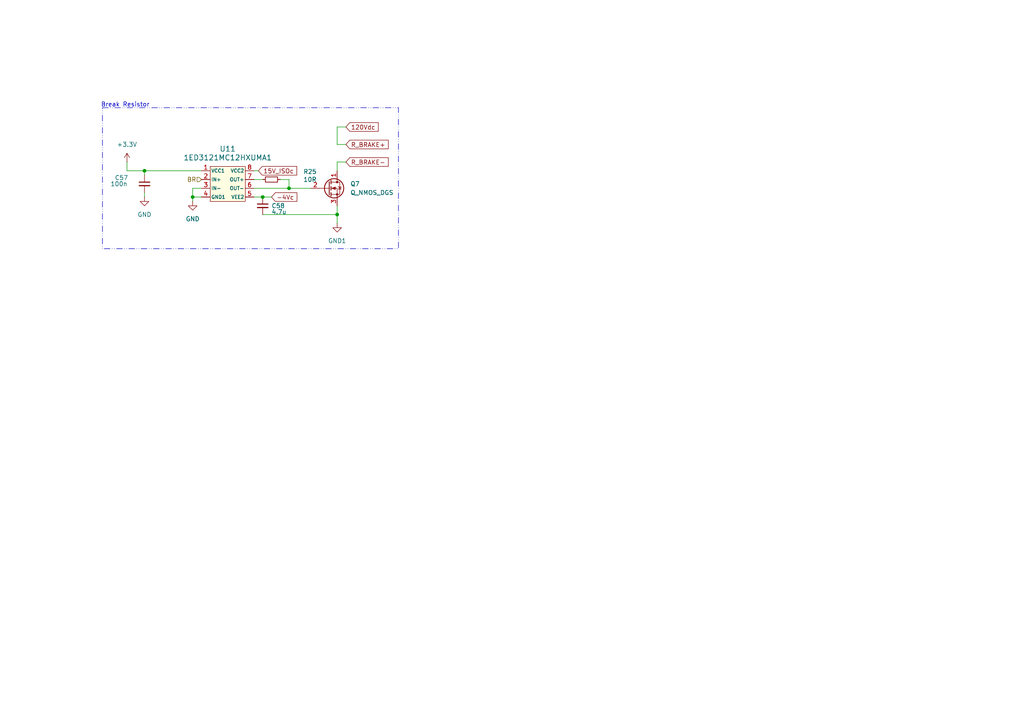
<source format=kicad_sch>
(kicad_sch (version 20240819) (generator "eeschema") (generator_version "8.99")
  (paper "A4")
  (title_block (title "MOTOR_DRIVER_GRAGO"))
  (lib_symbols
    (symbol "1ED3121MC12H:1ED3121MC12HXUMA1" (pin_names (offset 0.254))
      (property "Reference" "U" (at 20.32 10.16 0))
      (property "Value" "1ED3121MC12HXUMA1" (at 20.32 7.62 0))
      (symbol "1ED3121MC12HXUMA1_1_1"
        (rectangle (start 13.97 -1.27) (end 24.13 -11.43) (fill (type color) (color 255 253 226 1)))
        (pin power_in line (at 11.43 -2.54 0) (length 2.54) (name "VCC1") (number "1"))
        (pin input line (at 11.43 -5.08 0) (length 2.54) (name "IN+") (number "2"))
        (pin input line (at 11.43 -7.62 0) (length 2.54) (name "IN-") (number "3"))
        (pin power_out line (at 11.43 -10.16 0) (length 2.54) (name "GND1") (number "4"))
        (pin power_in line (at 26.67 -2.54 180) (length 2.54) (name "VCC2") (number "8"))
        (pin output line (at 26.67 -5.08 180) (length 2.54) (name "OUT+") (number "7"))
        (pin output line (at 26.67 -7.62 180) (length 2.54) (name "OUT-") (number "6"))
        (pin power_in line (at 26.67 -10.16 180) (length 2.54) (name "VEE2") (number "5"))
      )
    )
    (symbol "Device:C_Small" (pin_numbers hide) (pin_names (offset 0.254) hide)
      (property "Reference" "C" (at 0.254 1.778 0))
      (property "Value" "C_Small" (at 0.254 -2.032 0))
      (symbol "C_Small_0_1"
        (polyline (pts (xy -1.524 0.508) (xy 1.524 0.508)) (stroke (width 0.3048)))
        (polyline (pts (xy -1.524 -0.508) (xy 1.524 -0.508)) (stroke (width 0.3302)))
      )
      (symbol "C_Small_1_1"
        (pin passive line (at 0 2.54 270) (length 2.032) (name "~") (number "1"))
        (pin passive line (at 0 -2.54 90) (length 2.032) (name "~") (number "2"))
      )
    )
    (symbol "Device:Q_NMOS_DGS" (pin_names (offset 0) hide)
      (property "Reference" "Q" (at 5.08 1.27 0))
      (property "Value" "Q_NMOS_DGS" (at 5.08 -1.27 0))
      (symbol "Q_NMOS_DGS_0_1"
        (polyline (pts (xy 0.254 1.905) (xy 0.254 -1.905)) (stroke (width 0.254)))
        (polyline (pts (xy 0.254 0) (xy -2.54 0)))
        (polyline (pts (xy 0.762 2.286) (xy 0.762 1.27)) (stroke (width 0.254)))
        (polyline (pts (xy 0.762 0.508) (xy 0.762 -0.508)) (stroke (width 0.254)))
        (polyline (pts (xy 0.762 -1.27) (xy 0.762 -2.286)) (stroke (width 0.254)))
        (polyline (pts (xy 0.762 -1.778) (xy 3.302 -1.778) (xy 3.302 1.778) (xy 0.762 1.778)))
        (polyline (pts (xy 1.016 0) (xy 2.032 0.381) (xy 2.032 -0.381) (xy 1.016 0)) (fill (type outline)))
        (circle (center 1.651 0) (radius 2.794) (stroke (width 0.254)))
        (polyline (pts (xy 2.54 2.54) (xy 2.54 1.778)))
        (circle (center 2.54 1.778) (radius 0.254) (fill (type outline)))
        (circle (center 2.54 -1.778) (radius 0.254) (fill (type outline)))
        (polyline (pts (xy 2.54 -2.54) (xy 2.54 0) (xy 0.762 0)))
        (polyline (pts (xy 2.794 0.508) (xy 2.921 0.381) (xy 3.683 0.381) (xy 3.81 0.254)))
        (polyline (pts (xy 3.302 0.381) (xy 2.921 -0.254) (xy 3.683 -0.254) (xy 3.302 0.381)))
      )
      (symbol "Q_NMOS_DGS_1_1"
        (pin input line (at -5.08 0 0) (length 2.54) (name "G") (number "2"))
        (pin passive line (at 2.54 5.08 270) (length 2.54) (name "D") (number "1"))
        (pin passive line (at 2.54 -5.08 90) (length 2.54) (name "S") (number "3"))
      )
    )
    (symbol "Device:R_Small" (pin_numbers hide) (pin_names (offset 0.254) hide)
      (property "Reference" "R" (at 0.762 0.508 0))
      (property "Value" "R_Small" (at 0.762 -1.016 0))
      (symbol "R_Small_0_1"
        (rectangle (start -0.762 1.778) (end 0.762 -1.778) (stroke (width 0.2032)))
      )
      (symbol "R_Small_1_1"
        (pin passive line (at 0 2.54 270) (length 0.762) (name "~") (number "1"))
        (pin passive line (at 0 -2.54 90) (length 0.762) (name "~") (number "2"))
      )
    )
    (symbol "power:+12V" (power) (pin_numbers hide) (pin_names (offset 0) hide)
      (property "Value" "+12V" (at 0 3.556 0))
      (symbol "+12V_0_1"
        (polyline (pts (xy -0.762 1.27) (xy 0 2.54)))
        (polyline (pts (xy 0 2.54) (xy 0.762 1.27)))
        (polyline (pts (xy 0 0) (xy 0 2.54)))
      )
      (symbol "+12V_1_1"
        (pin power_in line (at 0 0 90) (length 0) (name "~") (number "1"))
      )
    )
    (symbol "power:GND" (power) (pin_numbers hide) (pin_names (offset 0) hide)
      (property "Value" "GND" (at 0 -3.81 0))
      (symbol "GND_0_1"
        (polyline (pts (xy 0 0) (xy 0 -1.27) (xy 1.27 -1.27) (xy 0 -2.54) (xy -1.27 -1.27) (xy 0 -1.27)))
      )
      (symbol "GND_1_1"
        (pin power_in line (at 0 0 270) (length 0) (name "~") (number "1"))
      )
    )
    (symbol "power:GND1" (power) (pin_numbers hide) (pin_names (offset 0) hide)
      (property "Value" "GND1" (at 0 -3.81 0))
      (symbol "GND1_0_1"
        (polyline (pts (xy 0 0) (xy 0 -1.27) (xy 1.27 -1.27) (xy 0 -2.54) (xy -1.27 -1.27) (xy 0 -1.27)))
      )
      (symbol "GND1_1_1"
        (pin power_in line (at 0 0 270) (length 0) (name "~") (number "1"))
      )
    )
  )
  (rectangle (start 29.718 31.242) (end 115.57 72.136) (stroke (width 0) (type dash_dot_dot)))
  (text "Break Resistor " (at 36.83 30.48 0) (effects (font (size 1.27 1.27))))
  (junction (at 83.82 54.61))
  (junction (at 97.79 62.23))
  (junction (at 41.91 49.53))
  (junction (at 55.88 57.15))
  (junction (at 76.2 57.15))
  (wire (pts (xy 97.79 36.83) (xy 97.79 41.91)))
  (wire (pts (xy 97.79 62.23) (xy 97.79 64.77)))
  (wire (pts (xy 55.88 57.15) (xy 58.42 57.15)))
  (wire (pts (xy 97.79 59.69) (xy 97.79 62.23)))
  (wire (pts (xy 97.79 49.53) (xy 97.79 46.99)))
  (wire (pts (xy 83.82 52.07) (xy 83.82 54.61)))
  (wire (pts (xy 41.91 49.53) (xy 58.42 49.53)))
  (wire (pts (xy 100.33 36.83) (xy 97.79 36.83)))
  (wire (pts (xy 41.91 55.88) (xy 41.91 57.15)))
  (wire (pts (xy 97.79 41.91) (xy 100.33 41.91)))
  (wire (pts (xy 73.66 49.53) (xy 74.93 49.53)))
  (wire (pts (xy 73.66 54.61) (xy 83.82 54.61)))
  (wire (pts (xy 76.2 57.15) (xy 78.74 57.15)))
  (wire (pts (xy 41.91 50.8) (xy 41.91 49.53)))
  (wire (pts (xy 81.28 52.07) (xy 83.82 52.07)))
  (wire (pts (xy 36.83 46.99) (xy 36.83 49.53)))
  (wire (pts (xy 55.88 54.61) (xy 55.88 57.15)))
  (wire (pts (xy 73.66 52.07) (xy 76.2 52.07)))
  (wire (pts (xy 73.66 57.15) (xy 76.2 57.15)))
  (wire (pts (xy 36.83 49.53) (xy 41.91 49.53)))
  (wire (pts (xy 58.42 54.61) (xy 55.88 54.61)))
  (wire (pts (xy 76.2 62.23) (xy 97.79 62.23)))
  (wire (pts (xy 83.82 54.61) (xy 90.17 54.61)))
  (wire (pts (xy 55.88 58.42) (xy 55.88 57.15)))
  (wire (pts (xy 97.79 46.99) (xy 100.33 46.99)))
  (global_label "15V_ISOc" (shape input) (at 74.93 49.53 0) (property "Intersheetrefs" "${INTERSHEET_REFS}" (effects (hide yes))))
  (global_label "-4Vc" (shape input) (at 78.74 57.15 0) (property "Intersheetrefs" "${INTERSHEET_REFS}" (effects (hide yes))))
  (global_label "120Vdc" (shape input) (at 100.33 36.83 0) (property "Intersheetrefs" "${INTERSHEET_REFS}" (effects (hide yes))))
  (global_label "R_BRAKE-" (shape input) (at 100.33 46.99 0) (property "Intersheetrefs" "${INTERSHEET_REFS}" (effects (hide yes))))
  (global_label "R_BRAKE+" (shape input) (at 100.33 41.91 0) (property "Intersheetrefs" "${INTERSHEET_REFS}" (effects (hide yes))))
  (hierarchical_label "BR" (shape input) (at 58.42 52.07 180))
  (symbol (lib_id "power:GND") (at 41.91 57.15 0) (unit 1)
    (property "Reference" "#PWR089" (effects (hide yes)))
    (property "Value" "GND" (at 41.91 62.23 0))
    (property "Description" "Power symbol creates a global label with name \"GND\" , ground" (effects (hide yes)))
  )
  (symbol (lib_id "Device:C_Small") (at 41.91 53.34 0) (unit 1)
    (property "Reference" "C57" (at 33.274 51.562 0) (effects (justify left)))
    (property "Value" "100n" (at 32.004 53.34 0) (effects (justify left)))
    (property "Description" "Unpolarized capacitor, small symbol" (effects (hide yes)))
  )
  (symbol (lib_id "Device:C_Small") (at 76.2 59.69 0) (unit 1)
    (property "Reference" "C58" (at 78.74 59.69 0) (effects (justify left)))
    (property "Value" "4.7u" (at 78.74 61.468 0) (effects (justify left)))
    (property "Description" "Unpolarized capacitor, small symbol" (effects (hide yes)))
  )
  (symbol (lib_id "Device:Q_NMOS_DGS") (at 95.25 54.61 0) (unit 1)
    (property "Reference" "Q7" (at 101.6 53.3399 0) (effects (justify left)))
    (property "Value" "Q_NMOS_DGS" (at 101.6 55.8799 0) (effects (justify left)))
    (property "Description" "N-MOSFET transistor, drain/gate/source" (effects (hide yes)))
  )
  (symbol (lib_id "Device:R_Small") (at 78.74 52.07 90) (unit 1)
    (property "Reference" "R25" (at 89.916 49.784 90))
    (property "Value" "10R" (at 89.916 52.07 90))
    (property "Description" "Resistor, small symbol" (effects (hide yes)))
  )
  (symbol (lib_id "power:GND") (at 55.88 58.42 0) (unit 1)
    (property "Reference" "#PWR090" (effects (hide yes)))
    (property "Value" "GND" (at 55.88 63.5 0))
    (property "Description" "Power symbol creates a global label with name \"GND\" , ground" (effects (hide yes)))
  )
  (symbol (lib_id "power:GND1") (at 97.79 64.77 0) (unit 1)
    (property "Reference" "#PWR094" (effects (hide yes)))
    (property "Value" "GND1" (at 97.79 69.85 0))
    (property "Description" "Power symbol creates a global label with name \"GND1\" , ground" (effects (hide yes)))
  )
  (symbol (lib_id "power:+12V") (at 36.83 46.99 0) (unit 1)
    (property "Reference" "#PWR088" (effects (hide yes)))
    (property "Value" "+3.3V" (at 36.83 41.91 0))
    (property "Description" "Power symbol creates a global label with name \"+12V\"" (effects (hide yes)))
  )
  (symbol (lib_id "1ED3121MC12H:1ED3121MC12HXUMA1") (at 46.99 46.99 0) (unit 1)
    (property "Reference" "U11" (at 66.04 43.18 0) (effects (font (size 1.524 1.524))))
    (property "Value" "1ED3121MC12HXUMA1" (at 66.04 45.72 0) (effects (font (size 1.524 1.524))))
    (property "Footprint" "PG-DSO-8-66" (effects (hide yes)))
    (property "Datasheet" "1ED3121MC12HXUMA1" (effects (hide yes)))
  )
)
</source>
